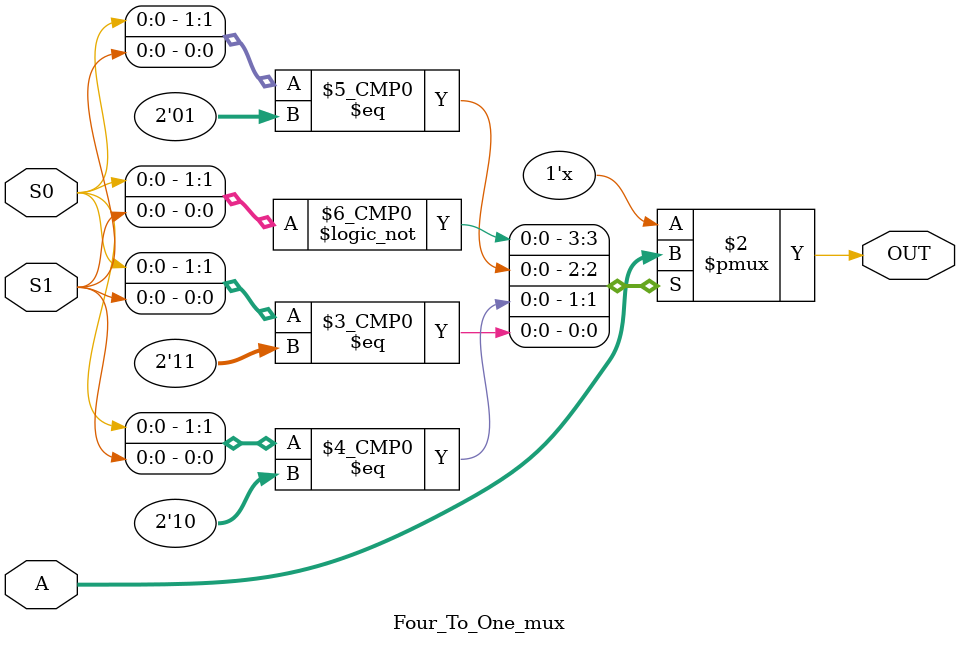
<source format=v>
module Four_To_One_mux(input [0:3]A,input S0,S1,output OUT);

wire w1,w2,w3,w4;

always @(*)
  begin
    case({S0,S1})
	2'b00 : OUT = A[0];
	2'b01 : OUT = A[1];
	2'b10 : OUT = A[2];
	2'b11 : OUT = A[3];
    endcase
  end
endmodule 

</source>
